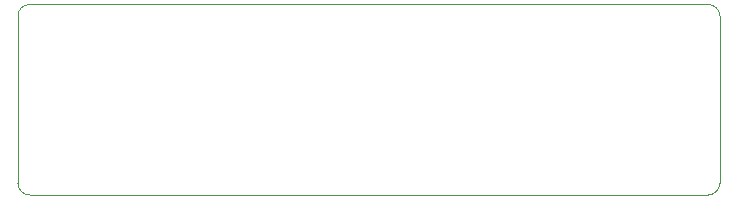
<source format=gbr>
%TF.GenerationSoftware,KiCad,Pcbnew,8.0.5*%
%TF.CreationDate,2024-12-02T19:35:40-06:00*%
%TF.ProjectId,Apple-II-HXC-Gotek-Adapter,4170706c-652d-4494-992d-4858432d476f,v1.0*%
%TF.SameCoordinates,Original*%
%TF.FileFunction,Profile,NP*%
%FSLAX46Y46*%
G04 Gerber Fmt 4.6, Leading zero omitted, Abs format (unit mm)*
G04 Created by KiCad (PCBNEW 8.0.5) date 2024-12-02 19:35:40*
%MOMM*%
%LPD*%
G01*
G04 APERTURE LIST*
%TA.AperFunction,Profile*%
%ADD10C,0.050000*%
%TD*%
G04 APERTURE END LIST*
D10*
X134636000Y-97790000D02*
G75*
G02*
X135636000Y-98790000I0J-1000000D01*
G01*
X76200000Y-98790000D02*
G75*
G02*
X77200000Y-97790000I1000000J0D01*
G01*
X135636000Y-112919000D02*
G75*
G02*
X134636000Y-113919000I-1000000J0D01*
G01*
X77200000Y-113919000D02*
G75*
G02*
X76200000Y-112919000I0J1000000D01*
G01*
X135636000Y-98790000D02*
X135636000Y-112919000D01*
X76200000Y-112919000D02*
X76200000Y-98790000D01*
X77200000Y-97790000D02*
X134636000Y-97790000D01*
X134636000Y-113919000D02*
X77200000Y-113919000D01*
M02*

</source>
